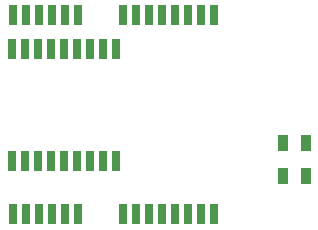
<source format=gbp>
G04 (created by PCBNEW (2013-05-31 BZR 4019)-stable) date 14/03/2014 22:41:48*
%MOIN*%
G04 Gerber Fmt 3.4, Leading zero omitted, Abs format*
%FSLAX34Y34*%
G01*
G70*
G90*
G04 APERTURE LIST*
%ADD10C,0.00590551*%
%ADD11R,0.035X0.055*%
%ADD12R,0.0314961X0.0708661*%
G04 APERTURE END LIST*
G54D10*
G54D11*
X58682Y-39488D03*
X57932Y-39488D03*
X58682Y-40590D03*
X57932Y-40590D03*
G54D12*
X48905Y-40079D03*
X49338Y-40079D03*
X49772Y-40079D03*
X50205Y-40079D03*
X50638Y-40079D03*
X51071Y-40079D03*
X51504Y-40079D03*
X51937Y-40079D03*
X52370Y-40079D03*
X48905Y-36339D03*
X49338Y-36339D03*
X49772Y-36339D03*
X50205Y-36339D03*
X50638Y-36339D03*
X51071Y-36339D03*
X51504Y-36339D03*
X51937Y-36339D03*
X52370Y-36339D03*
X48922Y-35228D03*
X49355Y-35228D03*
X49788Y-35228D03*
X50221Y-35228D03*
X50654Y-35228D03*
X51087Y-35228D03*
X52583Y-35228D03*
X53016Y-35228D03*
X53449Y-35228D03*
X53882Y-35228D03*
X54315Y-35228D03*
X54748Y-35228D03*
X55181Y-35228D03*
X55614Y-35228D03*
X55614Y-41842D03*
X48922Y-41842D03*
X55181Y-41842D03*
X54748Y-41842D03*
X54315Y-41842D03*
X53882Y-41842D03*
X53449Y-41842D03*
X53016Y-41842D03*
X52583Y-41842D03*
X51087Y-41842D03*
X50654Y-41842D03*
X50221Y-41842D03*
X49788Y-41842D03*
X49355Y-41842D03*
M02*

</source>
